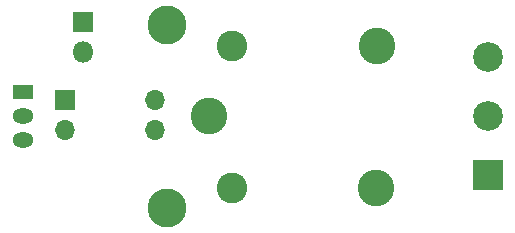
<source format=gbs>
%TF.GenerationSoftware,KiCad,Pcbnew,4.0.7-e2-6376~58~ubuntu16.04.1*%
%TF.CreationDate,2018-01-20T15:27:38+01:00*%
%TF.ProjectId,RelayModule,52656C61794D6F64756C652E6B696361,rev?*%
%TF.FileFunction,Soldermask,Bot*%
%FSLAX46Y46*%
G04 Gerber Fmt 4.6, Leading zero omitted, Abs format (unit mm)*
G04 Created by KiCad (PCBNEW 4.0.7-e2-6376~58~ubuntu16.04.1) date Sat Jan 20 15:27:38 2018*
%MOMM*%
%LPD*%
G01*
G04 APERTURE LIST*
%ADD10C,0.100000*%
%ADD11C,2.600000*%
%ADD12C,3.100000*%
%ADD13R,2.513000X2.513000*%
%ADD14C,2.513000*%
%ADD15R,1.800000X1.300000*%
%ADD16O,1.800000X1.300000*%
%ADD17C,3.300000*%
%ADD18R,1.800000X1.800000*%
%ADD19O,1.800000X1.800000*%
%ADD20R,1.700000X1.700000*%
%ADD21O,1.700000X1.700000*%
G04 APERTURE END LIST*
D10*
D11*
X20111000Y-16718000D03*
D12*
X32311000Y-16718000D03*
X32361000Y-4668000D03*
D11*
X20111000Y-4718000D03*
D12*
X18161000Y-10668000D03*
D13*
X41783000Y-15621000D03*
D14*
X41783000Y-10622280D03*
X41783000Y-5621020D03*
D15*
X2413000Y-8636000D03*
D16*
X2413000Y-10636000D03*
X2413000Y-12636000D03*
D17*
X14605000Y-18415000D03*
D18*
X7493000Y-2667000D03*
D19*
X7493000Y-5207000D03*
D20*
X5969000Y-9271000D03*
D21*
X13589000Y-11811000D03*
X5969000Y-11811000D03*
X13589000Y-9271000D03*
D17*
X14605000Y-2921000D03*
M02*

</source>
